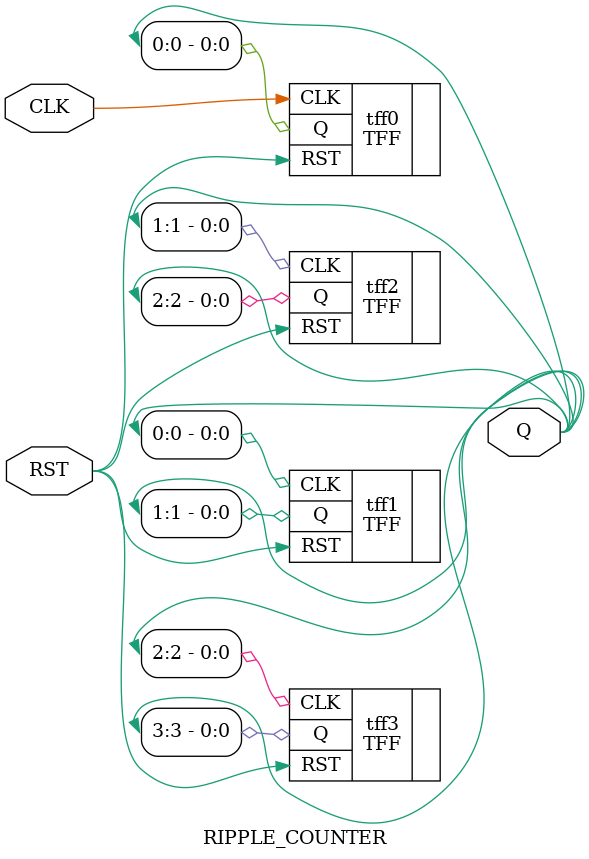
<source format=v>
module RIPPLE_COUNTER(Q, CLK, RST);
// input list
input CLK, RST;
// output list
output [3:0] Q;

TFF	tff0(.Q(Q[0]), .CLK(CLK), .RST(RST));
TFF	tff1(.Q(Q[1]), .CLK(Q[0]), .RST(RST));
TFF	tff2(.Q(Q[2]), .CLK(Q[1]), .RST(RST));
TFF	tff3(.Q(Q[3]), .CLK(Q[2]), .RST(RST));

endmodule

</source>
